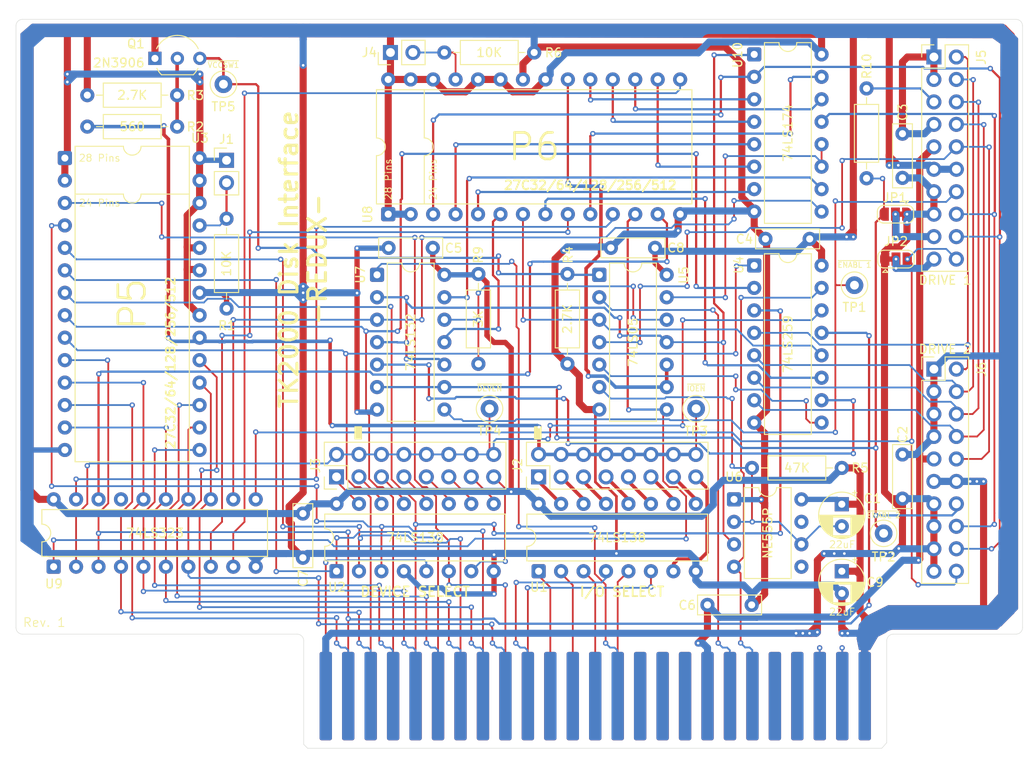
<source format=kicad_pcb>
(kicad_pcb
	(version 20241229)
	(generator "pcbnew")
	(generator_version "9.0")
	(general
		(thickness 1.6)
		(legacy_teardrops no)
	)
	(paper "A4")
	(layers
		(0 "F.Cu" signal)
		(2 "B.Cu" signal)
		(9 "F.Adhes" user "F.Adhesive")
		(11 "B.Adhes" user "B.Adhesive")
		(13 "F.Paste" user)
		(15 "B.Paste" user)
		(5 "F.SilkS" user "F.Silkscreen")
		(7 "B.SilkS" user "B.Silkscreen")
		(1 "F.Mask" user)
		(3 "B.Mask" user)
		(17 "Dwgs.User" user "User.Drawings")
		(19 "Cmts.User" user "User.Comments")
		(21 "Eco1.User" user "User.Eco1")
		(23 "Eco2.User" user "User.Eco2")
		(25 "Edge.Cuts" user)
		(27 "Margin" user)
		(31 "F.CrtYd" user "F.Courtyard")
		(29 "B.CrtYd" user "B.Courtyard")
		(35 "F.Fab" user)
		(33 "B.Fab" user)
		(39 "User.1" user)
		(41 "User.2" user)
		(43 "User.3" user)
		(45 "User.4" user)
	)
	(setup
		(pad_to_mask_clearance 0)
		(allow_soldermask_bridges_in_footprints no)
		(tenting front back)
		(pcbplotparams
			(layerselection 0x00000000_00000000_55555555_5755f5ff)
			(plot_on_all_layers_selection 0x00000000_00000000_00000000_00000000)
			(disableapertmacros no)
			(usegerberextensions no)
			(usegerberattributes yes)
			(usegerberadvancedattributes yes)
			(creategerberjobfile yes)
			(dashed_line_dash_ratio 12.000000)
			(dashed_line_gap_ratio 3.000000)
			(svgprecision 4)
			(plotframeref no)
			(mode 1)
			(useauxorigin no)
			(hpglpennumber 1)
			(hpglpenspeed 20)
			(hpglpendiameter 15.000000)
			(pdf_front_fp_property_popups yes)
			(pdf_back_fp_property_popups yes)
			(pdf_metadata yes)
			(pdf_single_document no)
			(dxfpolygonmode yes)
			(dxfimperialunits yes)
			(dxfusepcbnewfont yes)
			(psnegative no)
			(psa4output no)
			(plot_black_and_white yes)
			(sketchpadsonfab no)
			(plotpadnumbers no)
			(hidednponfab no)
			(sketchdnponfab yes)
			(crossoutdnponfab yes)
			(subtractmaskfromsilk no)
			(outputformat 1)
			(mirror no)
			(drillshape 0)
			(scaleselection 1)
			(outputdirectory "gerbers/")
		)
	)
	(net 0 "")
	(net 1 "-12V")
	(net 2 "GND")
	(net 3 "+5V")
	(net 4 "Net-(U6-THR)")
	(net 5 "+12V")
	(net 6 "Net-(J1-Pin_2)")
	(net 7 "~{IOSEL}")
	(net 8 "Net-(J2-Pin_5)")
	(net 9 "Net-(J2-Pin_7)")
	(net 10 "/VCC_SWITCHED_1")
	(net 11 "Net-(J2-Pin_15)")
	(net 12 "Net-(J2-Pin_3)")
	(net 13 "Net-(J2-Pin_9)")
	(net 14 "Net-(J2-Pin_11)")
	(net 15 "Net-(J2-Pin_13)")
	(net 16 "Net-(J2-Pin_1)")
	(net 17 "Net-(J3-Pin_11)")
	(net 18 "Net-(J3-Pin_5)")
	(net 19 "Net-(J3-Pin_7)")
	(net 20 "Net-(J3-Pin_9)")
	(net 21 "Net-(J3-Pin_1)")
	(net 22 "Net-(J3-Pin_13)")
	(net 23 "Net-(J3-Pin_15)")
	(net 24 "Net-(J3-Pin_3)")
	(net 25 "Net-(J4-Pin_2)")
	(net 26 "/PH1")
	(net 27 "/PH0")
	(net 28 "/WR DATA")
	(net 29 "/W PROT")
	(net 30 "/RD DATA")
	(net 31 "/PH2")
	(net 32 "/PH3")
	(net 33 "Net-(J5-Pin_17)")
	(net 34 "/WR REQ")
	(net 35 "Net-(J5-Pin_19)")
	(net 36 "/~{ENBL 1}")
	(net 37 "Net-(J5-Pin_5)")
	(net 38 "/~{ENBL 2}")
	(net 39 "A12")
	(net 40 "D0")
	(net 41 "A10")
	(net 42 "A3")
	(net 43 "A14")
	(net 44 "D3")
	(net 45 "unconnected-(P1-Pin_40-Pad40)")
	(net 46 "2M")
	(net 47 "~{RESET}")
	(net 48 "unconnected-(P1-Pin_30-Pad30)")
	(net 49 "A4")
	(net 50 "~{EXTC}")
	(net 51 "unconnected-(P1-Pin_18-Pad18)")
	(net 52 "unconnected-(P1-Pin_38-Pad38)")
	(net 53 "D1")
	(net 54 "unconnected-(P1-Pin_29-Pad29)")
	(net 55 "A0")
	(net 56 "A15")
	(net 57 "D6")
	(net 58 "unconnected-(P1-Pin_36-Pad36)")
	(net 59 "A5")
	(net 60 "unconnected-(P1-Pin_22-Pad22)")
	(net 61 "~{EXTE}")
	(net 62 "Net-(P1-Pin_24)")
	(net 63 "~{EXT8}")
	(net 64 "unconnected-(P1-Pin_34-Pad34)")
	(net 65 "A8")
	(net 66 "D2")
	(net 67 "A2")
	(net 68 "D7")
	(net 69 "A7")
	(net 70 "Net-(P1-Pin_23)")
	(net 71 "A6")
	(net 72 "unconnected-(P1-Pin_21-Pad21)")
	(net 73 "~{EXT_MEM}")
	(net 74 "D4")
	(net 75 "D5")
	(net 76 "A9")
	(net 77 "A13")
	(net 78 "A11")
	(net 79 "unconnected-(P1-Pin_39-Pad39)")
	(net 80 "~{EXT6}")
	(net 81 "A1")
	(net 82 "Net-(Q1-B)")
	(net 83 "Net-(U8-~{CE})")
	(net 84 "Net-(R9-Pad2)")
	(net 85 "Net-(U4-Q6)")
	(net 86 "Net-(U4-Q5)")
	(net 87 "Net-(U4-Q7)")
	(net 88 "Net-(U4-Q4)")
	(net 89 "Net-(U10-D3)")
	(net 90 "Net-(U8-D1)")
	(net 91 "Net-(U10-~{Mr})")
	(net 92 "Net-(U8-A4)")
	(net 93 "Net-(U10-Q3)")
	(net 94 "Net-(U10-Cp)")
	(net 95 "Net-(U8-D3)")
	(net 96 "Net-(U10-Q5)")
	(net 97 "Net-(U10-Q2)")
	(net 98 "Net-(U8-A1)")
	(net 99 "Net-(U10-D2)")
	(net 100 "Net-(U8-D0)")
	(net 101 "Net-(U10-Q1)")
	(net 102 "unconnected-(U6-DIS-Pad7)")
	(net 103 "Net-(U10-D0)")
	(net 104 "unconnected-(U6-CV-Pad5)")
	(net 105 "Net-(U10-D5)")
	(net 106 "Net-(U8-D2)")
	(net 107 "Net-(U10-D1)")
	(net 108 "unconnected-(U9-Q7-Pad17)")
	(net 109 "/~{IOEN}")
	(net 110 "/~{DEVEN}")
	(footprint "Connector_PinHeader_2.54mm:PinHeader_1x02_P2.54mm_Vertical" (layer "F.Cu") (at 69.565185 66.517185))
	(footprint "TestPoint:TestPoint_Loop_D1.80mm_Drill1.0mm_Beaded" (layer "F.Cu") (at 122.682 94.615))
	(footprint "Capacitor_THT:C_Rect_L7.0mm_W2.0mm_P5.00mm" (layer "F.Cu") (at 118.034185 76.423185 180))
	(footprint "Resistor_THT:R_Axial_DIN0207_L6.3mm_D2.5mm_P10.16mm_Horizontal" (layer "F.Cu") (at 94.203185 54.325185))
	(footprint "Connector_PinHeader_2.54mm:PinHeader_1x02_P2.54mm_Vertical" (layer "F.Cu") (at 88.107185 54.325185 90))
	(footprint "Capacitor_THT:CP_Radial_D5.0mm_P2.50mm" (layer "F.Cu") (at 139.161185 112.999185 -90))
	(footprint "Capacitor_THT:C_Rect_L7.0mm_W2.0mm_P5.00mm" (layer "F.Cu") (at 146.019185 104.791185 90))
	(footprint "TestPoint:TestPoint_Loop_D1.80mm_Drill1.0mm_Beaded" (layer "F.Cu") (at 99.314 94.615))
	(footprint "Package_DIP:DIP-16_W7.62mm" (layer "F.Cu") (at 129.250185 54.539185))
	(footprint "Package_DIP:DIP-16_W7.62mm" (layer "F.Cu") (at 82.006185 112.994185 90))
	(footprint "Package_TO_SOT_THT:TO-92_Inline_Wide" (layer "F.Cu") (at 61.468 54.991))
	(footprint "Resistor_THT:R_Axial_DIN0207_L6.3mm_D2.5mm_P10.16mm_Horizontal" (layer "F.Cu") (at 141.955185 68.549185 90))
	(footprint "Capacitor_THT:CP_Radial_D5.0mm_P2.50mm" (layer "F.Cu") (at 139.156185 105.419185 -90))
	(footprint "Resistor_THT:R_Axial_DIN0207_L6.3mm_D2.5mm_P10.16mm_Horizontal" (layer "F.Cu") (at 53.817185 59.151185))
	(footprint "Package_DIP:DIP-16_W7.62mm" (layer "F.Cu") (at 104.866185 112.999185 90))
	(footprint "TK2000:DIP-28-24_W15.24mm" (layer "F.Cu") (at 87.853185 72.613185 90))
	(footprint "Package_DIP:DIP-14_W7.62mm" (layer "F.Cu") (at 111.729185 79.471185))
	(footprint "Resistor_THT:R_Axial_DIN0207_L6.3mm_D2.5mm_P10.16mm_Horizontal" (layer "F.Cu") (at 69.565185 73.121185 -90))
	(footprint "TestPoint:TestPoint_Loop_D1.80mm_Drill1.0mm_Beaded" (layer "F.Cu") (at 140.589 80.645))
	(footprint "Capacitor_THT:C_Rect_L7.0mm_W2.0mm_P5.00mm" (layer "F.Cu") (at 146.019185 68.509185 90))
	(footprint "Jumper:SolderJumper-3_P1.3mm_Bridged12_RoundedPad1.0x1.5mm" (layer "F.Cu") (at 145.287185 77.693185))
	(footprint "Resistor_THT:R_Axial_DIN0207_L6.3mm_D2.5mm_P10.16mm_Horizontal" (layer "F.Cu") (at 98.053185 79.382185 -90))
	(footprint "TK2000:DIP-28-24_W15.24mm" (layer "F.Cu") (at 51.277185 66.263185))
	(footprint "Capacitor_THT:C_Rect_L7.0mm_W2.0mm_P5.00mm" (layer "F.Cu") (at 135.525185 75.407185 180))
	(footprint "Capacitor_THT:C_Rect_L7.0mm_W2.0mm_P5.00mm" (layer "F.Cu") (at 78.201185 106.475185 -90))
	(footprint "Capacitor_THT:C_Rect_L7.0mm_W2.0mm_P5.00mm" (layer "F.Cu") (at 92.893185 76.428185 180))
	(footprint "Package_DIP:DIP-14_W7.62mm" (layer "F.Cu") (at 86.588185 79.471185))
	(footprint "Resistor_THT:R_Axial_DIN0207_L6.3mm_D2.5mm_P10.16mm_Horizontal"
		(layer "F.Cu")
		(uuid "a3fd79da-f5d5-4ae4-9621-898f304ff506")
		(at 128.996185 101.315185)
		(descr "Resistor, Axial_DIN0207 series, Axial, Horizontal, pin pitch=10.16mm, 0.25W = 1/4W, length*diameter=6.3*2.5mm^2, http://cdn-reichelt.de/documents/datenblatt/B400/1_4W%23YAG.pdf")
		(tags "Resistor Axial_DIN0207 series Axial Horizontal pin pitch 10.16mm 0.25W = 1/4W length 6.3mm diameter 2.5mm")
		(property "Reference" "R5"
			(at 12.227815 0 180)
			(layer "F.SilkS")
			(uuid "9c6b700b-b56f-454a-af08-cbb92ee0419a")
			(effects
				(font
					(size 1 1)
					(thickness 0.15)
				)
			)
		)
		(property "Value" "47K"
			(at 5.08 0 0)
			(layer "F.SilkS")
			(uuid "59038263-5bfc-4502-9e63-17686569948d")
			(effects
				(font
					(size 1 1)
					(thickness 0.15)
				)
			)
		)
		(property "Datasheet" ""
			(at 0 0 0)
			(unlocked yes)
			(layer "F.Fab")
			(hide yes)
			(uuid "451e5c88-4e24-4863-a615-27044dbe0c7a")
			(effects
				(font
					(size 1.27 1.27)
					(thickness 0.15)
				)
			)
		)
		(property "Description" "Resistor, small symbol"
			(at 0 0 0)
			(unlocked yes)
			(layer "F.Fab")
			(hide yes)
			(uuid "ff008a55-37e8-44c0-bf53-7e7561ef5750")
			(effects
				(font
					(size 1.27 1.27)
					(thickness 0.15)
				)
			)
		)
		(property ki_fp_filters "R_*")
		(path "/0a9e3eae-f6aa-4726-95a0-baa5697c9c68")
		(sheetname "/")
		(sheetfile "TK2000_DiskInterface_REDUX.kicad_sch")
		(attr through_hole)
		(fp_line
			(start 1.04 0)
			(end 1.81 0)
			(stroke
				(width 0.12)
				(type solid)
			)
			(layer "F.SilkS")
			(uuid "6dd95e0b-b40a-485f-952c-4109b785672c")
		)
		(fp_line
			(start 1.81 -1.37)
			(end 1.81 1.37)
			(stroke
				(width 0.12)
				(type sol
... [355480 chars truncated]
</source>
